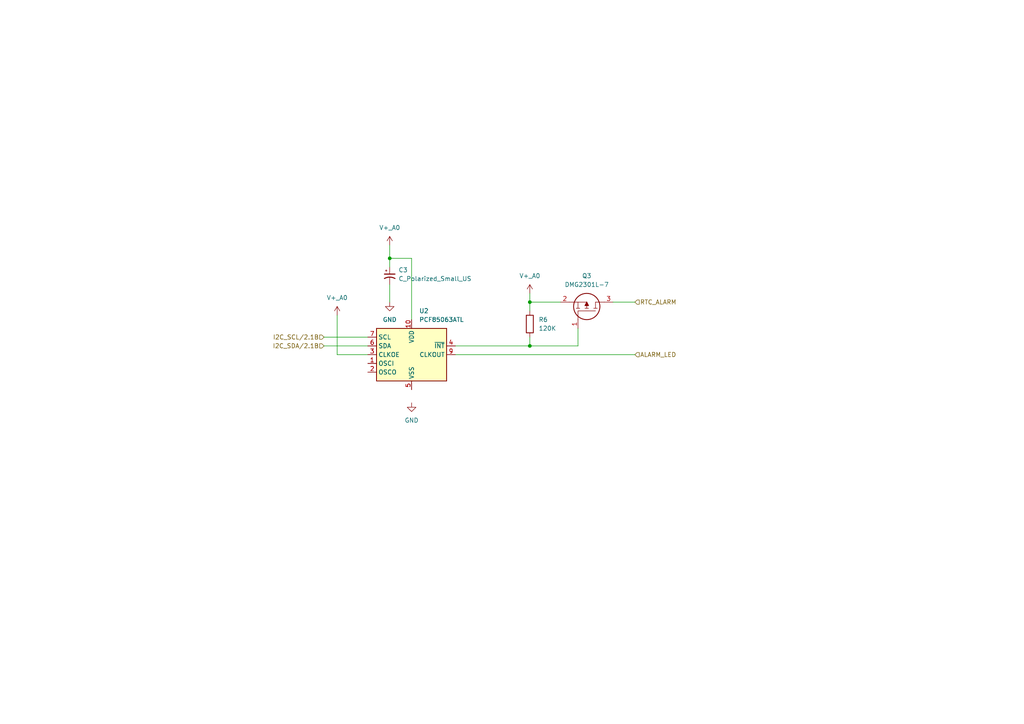
<source format=kicad_sch>
(kicad_sch (version 20230121) (generator eeschema)
  (paper "A4")
  (lib_symbols
    (symbol "DMG2301L-7:DMG2301L-7" (pin_names (offset 0.762))
      (property "Reference" "Q" (at 11.43 3.81 0))
      (property "Value" "DMG2301L-7" (at 11.43 1.27 0))
      (symbol "DMG2301L-7_0_0"
        (pin passive line (at 0 0 0) (length 2.54) (name "~") (number "1"))
        (pin passive line (at 7.62 -5.08 90) (length 2.54) (name "~") (number "2"))
        (pin passive line (at 7.62 10.16 270) (length 2.54) (name "~") (number "3"))
      )
      (symbol "DMG2301L-7_0_1"
        (polyline (pts (xy 5.842 -0.508) (xy 5.842 0.508)) (stroke (width 0.1524)))
        (polyline (pts (xy 5.842 0) (xy 7.62 0)) (stroke (width 0.1524)))
        (polyline (pts (xy 5.842 2.032) (xy 5.842 3.048)) (stroke (width 0.1524)))
        (polyline (pts (xy 5.842 5.588) (xy 5.842 4.572)) (stroke (width 0.1524)))
        (polyline (pts (xy 7.62 2.54) (xy 5.842 2.54)) (stroke (width 0.1524)))
        (polyline (pts (xy 7.62 2.54) (xy 7.62 -2.54)) (stroke (width 0.1524)))
        (polyline (pts (xy 7.62 5.08) (xy 5.842 5.08)) (stroke (width 0.1524)))
        (polyline (pts (xy 7.62 5.08) (xy 7.62 7.62)) (stroke (width 0.1524)))
        (polyline (pts (xy 2.54 0) (xy 5.08 0) (xy 5.08 5.08)) (stroke (width 0.1524)))
        (polyline (pts (xy 7.62 2.54) (xy 6.604 3.048) (xy 6.604 2.032) (xy 7.62 2.54)) (stroke (width 0.254)) (fill (type outline)))
        (circle (center 6.35 2.54) (radius 3.81) (stroke (width 0.254)))
      )
    )
    (symbol "Device:C_Polarized_Small_US" (pin_numbers hide) (pin_names (offset 0.254) hide)
      (property "Reference" "C" (at 0.254 1.778 0))
      (property "Value" "C_Polarized_Small_US" (at 0.254 -2.032 0))
      (symbol "C_Polarized_Small_US_0_1"
        (polyline (pts (xy -1.524 0.508) (xy 1.524 0.508)) (stroke (width 0.3048)))
        (polyline (pts (xy -1.27 1.524) (xy -0.762 1.524)))
        (polyline (pts (xy -1.016 1.27) (xy -1.016 1.778)))
        (arc (start 1.524 -0.762) (mid 0 -0.3734) (end -1.524 -0.762) (stroke (width 0.3048)))
      )
      (symbol "C_Polarized_Small_US_1_1"
        (pin passive line (at 0 2.54 270) (length 2.032) (name "~") (number "1"))
        (pin passive line (at 0 -2.54 90) (length 2.032) (name "~") (number "2"))
      )
    )
    (symbol "Device:R" (pin_numbers hide) (pin_names (offset 0))
      (property "Reference" "R" (at 2.032 0 90))
      (property "Value" "R" (at 0 0 90))
      (symbol "R_0_1"
        (rectangle (start -1.016 -2.54) (end 1.016 2.54) (stroke (width 0.254)))
      )
      (symbol "R_1_1"
        (pin passive line (at 0 3.81 270) (length 1.27) (name "~") (number "1"))
        (pin passive line (at 0 -3.81 90) (length 1.27) (name "~") (number "2"))
      )
    )
    (symbol "Timer_RTC:PCF85063ATL"
      (property "Reference" "U" (at -10.16 8.89 0))
      (property "Value" "PCF85063ATL" (at 6.35 -8.89 0))
      (symbol "PCF85063ATL_0_1"
        (rectangle (start -10.16 7.62) (end 10.16 -7.62) (stroke (width 0.254)) (fill (type background)))
      )
      (symbol "PCF85063ATL_1_1"
        (pin input line (at -12.7 -2.54 0) (length 2.54) (name "OSCI") (number "1"))
        (pin power_in line (at 0 10.16 270) (length 2.54) (name "VDD") (number "10"))
        (pin output line (at -12.7 -5.08 0) (length 2.54) (name "OSCO") (number "2"))
        (pin input line (at -12.7 0 0) (length 2.54) (name "CLKOE") (number "3"))
        (pin output line (at 12.7 2.54 180) (length 2.54) (name "~{INT}") (number "4"))
        (pin power_in line (at 0 -10.16 90) (length 2.54) (name "VSS") (number "5"))
        (pin bidirectional line (at -12.7 2.54 0) (length 2.54) (name "SDA") (number "6"))
        (pin input line (at -12.7 5.08 0) (length 2.54) (name "SCL") (number "7"))
        (pin no_connect line (at 10.16 5.08 180) (length 2.54) hide (name "NC") (number "8"))
        (pin output line (at 12.7 0 180) (length 2.54) (name "CLKOUT") (number "9"))
      )
    )
    (symbol "power:GND" (power) (pin_names (offset 0))
      (property "Value" "GND" (at 0 -3.81 0))
      (symbol "GND_0_1"
        (polyline (pts (xy 0 0) (xy 0 -1.27) (xy 1.27 -1.27) (xy 0 -2.54) (xy -1.27 -1.27) (xy 0 -1.27)))
      )
      (symbol "GND_1_1"
        (pin power_in line (at 0 0 270) (length 0) hide (name "GND") (number "1"))
      )
    )
    (symbol "power_vsys:V+_A0" (power) (pin_names (offset 0))
      (property "Value" "V+_A0" (at 0 3.81 0))
      (symbol "V+_A0_0_1"
        (polyline (pts (xy -0.762 1.27) (xy 0 2.54)))
        (polyline (pts (xy 0 0) (xy 0 2.54)))
        (polyline (pts (xy 0 2.54) (xy 0.762 1.27)))
      )
      (symbol "V+_A0_1_1"
        (pin power_in line (at 0 0 90) (length 0) hide (name "V+_A0") (number "1"))
      )
    )
  )
  (junction (at 153.67 87.63))
  (junction (at 113.03 74.93))
  (junction (at 153.67 100.33))
  (wire (pts (xy 153.67 87.63) (xy 162.56 87.63)))
  (wire (pts (xy 93.98 97.79) (xy 106.68 97.79)))
  (wire (pts (xy 113.03 74.93) (xy 113.03 71.12)))
  (wire (pts (xy 113.03 82.55) (xy 113.03 87.63)))
  (wire (pts (xy 153.67 97.79) (xy 153.67 100.33)))
  (wire (pts (xy 93.98 100.33) (xy 106.68 100.33)))
  (wire (pts (xy 153.67 85.09) (xy 153.67 87.63)))
  (wire (pts (xy 153.67 87.63) (xy 153.67 90.17)))
  (wire (pts (xy 106.68 102.87) (xy 97.79 102.87)))
  (wire (pts (xy 119.38 74.93) (xy 113.03 74.93)))
  (wire (pts (xy 97.79 102.87) (xy 97.79 91.44)))
  (wire (pts (xy 113.03 74.93) (xy 113.03 77.47)))
  (wire (pts (xy 119.38 92.71) (xy 119.38 74.93)))
  (wire (pts (xy 153.67 100.33) (xy 167.64 100.33)))
  (wire (pts (xy 132.08 100.33) (xy 153.67 100.33)))
  (wire (pts (xy 177.8 87.63) (xy 184.15 87.63)))
  (wire (pts (xy 132.08 102.87) (xy 184.15 102.87)))
  (wire (pts (xy 167.64 100.33) (xy 167.64 95.25)))
  (hierarchical_label "ALARM_LED" (shape input) (at 184.15 102.87 0))
  (hierarchical_label "I2C_SDA{slash}2.1B" (shape input) (at 93.98 100.33 180))
  (hierarchical_label "I2C_SCL{slash}2.1B" (shape input) (at 93.98 97.79 180))
  (hierarchical_label "RTC_ALARM" (shape input) (at 184.15 87.63 0))
  (symbol (lib_id "power:GND") (at 113.03 87.63 0) (unit 1)
    (property "Reference" "#PWR013" (effects hide))
    (property "Value" "GND" (at 113.03 92.71 0))
  )
  (symbol (lib_id "power:GND") (at 119.38 116.84 0) (unit 1)
    (property "Reference" "#PWR012" (effects hide))
    (property "Value" "GND" (at 119.38 121.92 0))
  )
  (symbol (lib_id "Device:C_Polarized_Small_US") (at 113.03 80.01 0) (unit 1)
    (property "Reference" "C3" (at 115.57 78.3082 0) (effects (justify left)))
    (property "Value" "C_Polarized_Small_US" (at 115.57 80.8482 0) (effects (justify left)))
  )
  (symbol (lib_id "power_vsys:V+_A0") (at 97.79 91.44 0) (unit 1)
    (property "Reference" "#PWR014" (effects hide))
    (property "Value" "V+_A0" (at 97.79 86.36 0))
  )
  (symbol (lib_id "Device:R") (at 153.67 93.98 0) (unit 1)
    (property "Reference" "R6" (at 156.21 92.71 0) (effects (justify left)))
    (property "Value" "120K" (at 156.21 95.25 0) (effects (justify left)))
  )
  (symbol (lib_id "power_vsys:V+_A0") (at 153.67 85.09 0) (unit 1)
    (property "Reference" "#PWR011" (effects hide))
    (property "Value" "V+_A0" (at 153.67 80.01 0))
  )
  (symbol (lib_id "power_vsys:V+_A0") (at 113.03 71.12 0) (unit 1)
    (property "Reference" "#PWR010" (effects hide))
    (property "Value" "V+_A0" (at 113.03 66.04 0))
  )
  (symbol (lib_id "Timer_RTC:PCF85063ATL") (at 119.38 102.87 0) (unit 1)
    (property "Reference" "U2" (at 121.5741 90.17 0) (effects (justify left)))
    (property "Value" "PCF85063ATL" (at 121.5741 92.71 0) (effects (justify left)))
    (property "Footprint" "Package_DFN_QFN:DFN-10-1EP_2.6x2.6mm_P0.5mm_EP1.3x2.2mm" (effects hide))
    (property "Datasheet" "https://www.nxp.com/docs/en/data-sheet/PCF85063A.pdf" (effects hide))
  )
  (symbol (lib_id "DMG2301L-7:DMG2301L-7") (at 167.64 95.25 270) (mirror x) (unit 1)
    (property "Reference" "Q3" (at 170.18 80.01 90))
    (property "Value" "DMG2301L-7" (at 170.18 82.55 90))
    (property "Footprint" "DMG2301L-7:SOT96P240X110-3N" (effects hide))
    (property "Datasheet" "https://www.mouser.com/datasheet/2/115/DMG2301L-959562.pdf" (effects hide))
    (property "Description" "MOSFET MOSFET BVDSS" (effects hide))
    (property "Height" "1.1" (effects hide))
    (property "Manufacturer_Name" "Diodes Inc." (effects hide))
    (property "Manufacturer_Part_Number" "DMG2301L-7" (effects hide))
    (property "Mouser Part Number" "621-DMG2301L-7" (effects hide))
    (property "Mouser Price/Stock" "https://www.mouser.co.uk/ProductDetail/Diodes-Incorporated/DMG2301L-7?qs=60RJRzIpcl8mqpUzCaZuxQ%3D%3D" (effects hide))
    (property "Arrow Part Number" "DMG2301L-7" (effects hide))
    (property "Arrow Price/Stock" "https://www.arrow.com/en/products/dmg2301l-7/diodes-incorporated?region=nac" (effects hide))
  )
)
</source>
